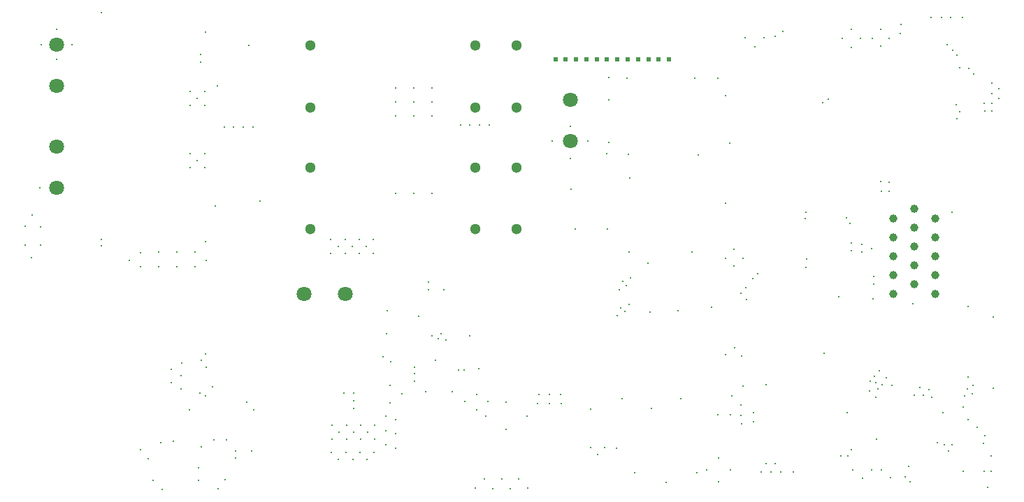
<source format=gbr>
%TF.GenerationSoftware,KiCad,Pcbnew,9.0.3+1*%
%TF.CreationDate,2025-08-21T21:39:01+01:00*%
%TF.ProjectId,Elytra,456c7974-7261-42e6-9b69-6361645f7063,rev?*%
%TF.SameCoordinates,Original*%
%TF.FileFunction,Plated,1,4,PTH,Drill*%
%TF.FilePolarity,Positive*%
%FSLAX46Y46*%
G04 Gerber Fmt 4.6, Leading zero omitted, Abs format (unit mm)*
G04 Created by KiCad (PCBNEW 9.0.3+1) date 2025-08-21 21:39:01*
%MOMM*%
%LPD*%
G01*
G04 APERTURE LIST*
%TA.AperFunction,ViaDrill*%
%ADD10C,0.200000*%
%TD*%
%TA.AperFunction,ViaDrill*%
%ADD11C,0.250000*%
%TD*%
%TA.AperFunction,ViaDrill*%
%ADD12C,0.300000*%
%TD*%
%TA.AperFunction,ComponentDrill*%
%ADD13C,0.609600*%
%TD*%
%TA.AperFunction,ComponentDrill*%
%ADD14C,1.000000*%
%TD*%
%TA.AperFunction,ComponentDrill*%
%ADD15C,1.300000*%
%TD*%
%TA.AperFunction,ComponentDrill*%
%ADD16C,1.800000*%
%TD*%
G04 APERTURE END LIST*
D10*
X90082871Y-91655627D03*
X90082871Y-93955627D03*
X90832871Y-95410627D03*
X90957871Y-90280627D03*
X91832871Y-86955627D03*
X91932871Y-91680627D03*
X91932871Y-93950625D03*
X91982871Y-69580627D03*
X93882871Y-67730627D03*
X93882871Y-71430627D03*
X95732871Y-69580627D03*
X99282871Y-65730627D03*
X99282871Y-93255627D03*
X99282871Y-94030627D03*
X102682871Y-95755627D03*
X104007871Y-118755627D03*
X104032871Y-94830627D03*
X104032871Y-96580627D03*
X104982877Y-119805621D03*
X105582871Y-122430627D03*
X106232871Y-94805627D03*
X106232871Y-96580627D03*
X106532871Y-117905627D03*
X106679072Y-123526828D03*
X107732871Y-108980627D03*
X107732871Y-110580627D03*
X108032871Y-117705627D03*
X108432871Y-94805627D03*
X108432871Y-96580627D03*
X108957871Y-111355627D03*
X108992437Y-109790193D03*
X109023306Y-108190192D03*
X109989458Y-113937214D03*
X110632871Y-94805627D03*
X110632871Y-96580627D03*
X111032871Y-120930627D03*
X111032871Y-122430627D03*
X111222159Y-111841339D03*
X111300000Y-70800000D03*
X111300000Y-71700000D03*
X111382871Y-107930627D03*
X111442871Y-118390627D03*
X111882871Y-107130627D03*
X111882871Y-112230627D03*
X111900000Y-68100000D03*
X111900000Y-93500000D03*
X111982871Y-108730627D03*
X112032871Y-95780627D03*
X112757876Y-111105632D03*
X112900000Y-117500000D03*
X113100000Y-89200000D03*
X113400000Y-74650000D03*
X113432876Y-123480622D03*
X114166667Y-79600000D03*
X114332871Y-122407096D03*
X114450000Y-117500000D03*
X115333334Y-79600000D03*
X115532871Y-118880627D03*
X115532871Y-119780627D03*
X116500000Y-79600000D03*
X116885711Y-112968102D03*
X117150000Y-69725000D03*
X117532871Y-118880627D03*
X117666667Y-79600000D03*
X117760711Y-113868102D03*
X118500000Y-88600000D03*
X127187600Y-119025000D03*
X128037600Y-119875000D03*
X128662600Y-111897790D03*
X128937600Y-119025000D03*
X129787600Y-119875000D03*
X129875000Y-111897790D03*
X129900000Y-112810290D03*
X129900000Y-113722790D03*
X130637600Y-119025000D03*
X131487600Y-119875000D03*
X132337600Y-119025000D03*
X133412600Y-107450000D03*
X133787600Y-114700000D03*
X133787600Y-116400001D03*
X133787600Y-118149999D03*
X133843604Y-104643996D03*
X133937600Y-101900000D03*
X134250000Y-113050000D03*
X134262600Y-110975000D03*
X134337600Y-108025000D03*
X134937600Y-74875000D03*
X134937600Y-76600000D03*
X134937600Y-78250000D03*
X134937600Y-87650000D03*
X134957337Y-115100001D03*
X134957337Y-116800000D03*
X134957337Y-118550000D03*
X135687600Y-111925000D03*
X137150100Y-74875000D03*
X137150100Y-76600000D03*
X137150100Y-78250000D03*
X137150100Y-87650000D03*
X137212600Y-109525000D03*
X137237600Y-108750000D03*
X137237600Y-110425000D03*
X137747600Y-102550000D03*
X138612600Y-111675000D03*
X138887600Y-98425000D03*
X138887600Y-99300000D03*
X139312600Y-104900000D03*
X139362600Y-74875000D03*
X139362600Y-76600000D03*
X139362600Y-78250000D03*
X139362600Y-87650000D03*
X139787600Y-107900000D03*
X140112600Y-105300000D03*
X140457600Y-104660000D03*
X140767600Y-99340000D03*
X141080100Y-105432500D03*
X141768605Y-111668995D03*
X142547600Y-109110000D03*
X142800000Y-79350000D03*
X143287600Y-109100000D03*
X143312600Y-112875000D03*
X143966667Y-79350000D03*
X144637600Y-123425000D03*
X144762600Y-112000000D03*
X144762600Y-113875000D03*
X144987600Y-108925000D03*
X145133333Y-79350000D03*
X145687600Y-122250000D03*
X145912600Y-114625000D03*
X146137600Y-112900000D03*
X146300000Y-79350000D03*
X146737600Y-123450000D03*
X147787600Y-122250000D03*
X148337600Y-116250000D03*
X148362600Y-112975000D03*
X148837600Y-123450000D03*
X149887600Y-122250000D03*
X150837600Y-114625000D03*
X150937597Y-123424997D03*
X152287600Y-112075000D03*
X153587600Y-112075000D03*
X153937600Y-81300000D03*
X154962600Y-112075000D03*
X156087600Y-83450000D03*
X156112600Y-79550000D03*
X156237600Y-87125000D03*
X156737600Y-92000000D03*
X158262600Y-81300000D03*
X158562600Y-113775000D03*
X160487600Y-82825000D03*
X160562600Y-91975000D03*
X160737600Y-73625000D03*
X160737600Y-76300000D03*
X160737600Y-81500000D03*
X161687600Y-118575000D03*
X161762600Y-102475000D03*
X162037600Y-99325000D03*
X162362600Y-112525000D03*
X162962600Y-73650000D03*
X163137600Y-82950000D03*
X163212600Y-101075000D03*
X163262600Y-94750000D03*
X163300000Y-85820000D03*
X163387600Y-97900000D03*
X163937600Y-121550000D03*
X165512600Y-96100000D03*
X165787600Y-102050000D03*
X165937600Y-113750000D03*
X167687600Y-122700000D03*
X169187600Y-101900000D03*
X169487600Y-112575000D03*
X170887600Y-94725000D03*
X171187600Y-73675000D03*
X171437600Y-121525000D03*
X171600000Y-83000000D03*
X173187600Y-101425000D03*
X173962600Y-73650000D03*
X174012600Y-114475000D03*
X174887600Y-88850000D03*
X174887600Y-107250000D03*
X174912600Y-95525000D03*
X174937600Y-75775000D03*
X175462600Y-81600000D03*
X175504236Y-114483364D03*
X175662600Y-112225000D03*
X175937600Y-94425000D03*
X175962600Y-96500000D03*
X175987600Y-106350000D03*
X176762600Y-99775000D03*
X176762600Y-113275000D03*
X176837600Y-107350000D03*
X177012600Y-95500000D03*
X177012600Y-111025000D03*
X177312600Y-68775000D03*
X177337600Y-99050000D03*
X177412600Y-100525000D03*
X178227600Y-97975000D03*
X178437600Y-69900000D03*
X178837600Y-97400000D03*
X179262600Y-121400000D03*
X179537600Y-68800000D03*
X179787600Y-110825000D03*
X180412600Y-121425000D03*
X180962600Y-68625000D03*
X181612600Y-121450000D03*
X183137600Y-121450000D03*
X184587600Y-90700000D03*
X184612600Y-89900000D03*
X184687600Y-96600000D03*
X186712600Y-76625000D03*
X186812600Y-107050000D03*
X187342058Y-76217218D03*
X188612600Y-100150000D03*
X188887600Y-119450000D03*
X189037600Y-68825000D03*
X189567600Y-90610000D03*
X189637600Y-114250000D03*
X189687600Y-119450000D03*
X189987600Y-91300000D03*
X190112600Y-118700000D03*
X190137600Y-67725000D03*
X190162600Y-69925000D03*
X190187600Y-93650000D03*
X190187600Y-94625000D03*
X190337600Y-121225000D03*
X191287600Y-68825000D03*
X191487600Y-122175000D03*
X192312600Y-111650000D03*
X192412600Y-110400000D03*
X192587600Y-94325000D03*
X192587600Y-121225000D03*
X192687600Y-68825000D03*
X192812600Y-100400000D03*
X192862600Y-97725000D03*
X192937600Y-109875000D03*
X193112600Y-110625000D03*
X193137600Y-112350000D03*
X193187600Y-117425000D03*
X193362600Y-111350000D03*
X193562600Y-109125000D03*
X193712600Y-67800000D03*
X193712600Y-69825000D03*
X193737600Y-86250000D03*
X193762600Y-121225000D03*
X193887600Y-110825000D03*
X194362600Y-109975000D03*
X194737600Y-86275000D03*
X194762600Y-68825000D03*
X194887600Y-122150000D03*
X195087600Y-110950000D03*
X196037600Y-68275000D03*
X197087600Y-120750000D03*
X197587600Y-101000000D03*
X197762600Y-112100000D03*
X198462600Y-111150000D03*
X198887600Y-112100000D03*
X199537600Y-111450000D03*
X199787601Y-66300000D03*
X199862600Y-112375000D03*
X200562600Y-117875000D03*
X201037600Y-66300000D03*
X201262600Y-114275000D03*
X201412600Y-118175000D03*
X201787600Y-69625000D03*
X201887600Y-118875000D03*
X202187600Y-66300000D03*
X202337600Y-89975000D03*
X202362600Y-118175000D03*
X202387600Y-70275000D03*
X202837600Y-76875000D03*
X202937600Y-78600000D03*
X202962600Y-70900000D03*
X203287600Y-77750000D03*
X203312600Y-72450000D03*
X203612600Y-66350000D03*
X203662600Y-113575000D03*
X203712600Y-121350000D03*
X203862600Y-112250000D03*
X204187600Y-111350000D03*
X204262600Y-101375000D03*
X204262600Y-109950000D03*
X204287600Y-115075000D03*
X204787600Y-111950000D03*
X204862600Y-110925000D03*
X204987600Y-73150000D03*
X205362600Y-116050000D03*
X206187600Y-117950000D03*
X206237600Y-76700000D03*
X206237600Y-121325000D03*
X206312600Y-77700000D03*
X206312600Y-117000000D03*
X206637600Y-123275000D03*
X207062600Y-119475000D03*
X207087600Y-121325000D03*
X207137600Y-74300000D03*
X207137600Y-75550000D03*
X207137600Y-76700000D03*
X207187600Y-77700000D03*
X207337600Y-102675000D03*
X207337600Y-111250000D03*
X208037600Y-74925000D03*
X208037600Y-76175000D03*
D11*
X172662600Y-121200000D03*
X174087600Y-119775000D03*
X174087600Y-122600000D03*
X175487600Y-121200000D03*
X192837600Y-98700000D03*
X204337600Y-72500000D03*
D12*
X110057871Y-82805627D03*
X110057871Y-84505627D03*
X110082871Y-75305627D03*
X110082871Y-77005627D03*
X110907871Y-83655627D03*
X110932871Y-76155627D03*
X111807871Y-82805627D03*
X111807871Y-84505627D03*
X111832871Y-75305627D03*
X111832871Y-77005627D03*
X127117600Y-93230000D03*
X127117600Y-94930000D03*
X127262600Y-115775000D03*
X127262600Y-117475000D03*
X127967600Y-94080000D03*
X128112600Y-116625000D03*
X128867600Y-93230000D03*
X128867600Y-94930000D03*
X129012600Y-115775000D03*
X129012600Y-117475000D03*
X129717600Y-94080000D03*
X129862600Y-116625000D03*
X130567600Y-93230000D03*
X130567600Y-94930000D03*
X130712600Y-115775000D03*
X130712600Y-117475000D03*
X131417600Y-94080000D03*
X131562600Y-116625000D03*
X132267600Y-93230000D03*
X132267600Y-94930000D03*
X132412600Y-115775000D03*
X132412600Y-117475000D03*
X143887600Y-104950000D03*
X152137600Y-113100000D03*
X153587600Y-113100000D03*
X155037600Y-113100000D03*
X158537600Y-118500000D03*
X159387600Y-119350000D03*
X160237600Y-118500000D03*
X162237600Y-101500000D03*
X162437600Y-98350000D03*
X162737600Y-102000000D03*
X162912600Y-98825000D03*
X176737600Y-114550000D03*
X176887600Y-115600000D03*
X178287600Y-114250000D03*
X178287600Y-115300000D03*
X179837600Y-120400000D03*
X180887600Y-120400000D03*
X181887600Y-68000000D03*
X184737600Y-95600000D03*
X191412600Y-93875000D03*
X191437600Y-94750000D03*
X193762600Y-87425000D03*
X194687600Y-87425000D03*
X196187600Y-67150000D03*
X196637600Y-122000000D03*
X197262600Y-122625000D03*
D13*
%TO.C,J1*%
X154307700Y-71408700D03*
X155557700Y-71408700D03*
X156807700Y-71408700D03*
X158057700Y-71408700D03*
X159307700Y-71408700D03*
X160557700Y-71408700D03*
X161807701Y-71408700D03*
X163057701Y-71408700D03*
X164307701Y-71408700D03*
X165557701Y-71408700D03*
X166807701Y-71408700D03*
X168057701Y-71408700D03*
D14*
%TO.C,DSUB1*%
X195247600Y-90680000D03*
X195247600Y-92970000D03*
X195247600Y-95260000D03*
X195247600Y-97550000D03*
X195247600Y-99840000D03*
X197787600Y-89535000D03*
X197787600Y-91825000D03*
X197787600Y-94115000D03*
X197787600Y-96405000D03*
X197787600Y-98695000D03*
X200327600Y-90680000D03*
X200327600Y-92970000D03*
X200327600Y-95260000D03*
X200327600Y-97550000D03*
X200327600Y-99840000D03*
D15*
%TO.C,K1*%
X124587598Y-69699999D03*
X124587598Y-77199999D03*
%TO.C,K2*%
X124587600Y-84500000D03*
X124587600Y-92000000D03*
%TO.C,K1*%
X144587598Y-69699999D03*
X144587598Y-77199999D03*
%TO.C,K2*%
X144587600Y-84500000D03*
X144587600Y-92000000D03*
%TO.C,K1*%
X149587598Y-69699999D03*
X149587598Y-77199999D03*
%TO.C,K2*%
X149587600Y-84500000D03*
X149587600Y-92000000D03*
D16*
%TO.C,J3*%
X93882871Y-69580627D03*
X93882871Y-74580627D03*
%TO.C,J2*%
X93907870Y-81950627D03*
X93907870Y-86950627D03*
%TO.C,J5*%
X123887600Y-99825000D03*
X128887600Y-99825000D03*
%TO.C,J4*%
X156112600Y-76300000D03*
X156112600Y-81300000D03*
M02*

</source>
